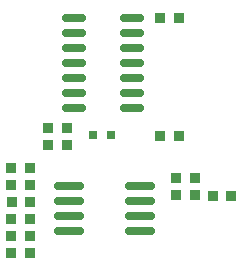
<source format=gbr>
G04*
G04 #@! TF.GenerationSoftware,Altium Limited,Altium Designer,23.10.1 (27)*
G04*
G04 Layer_Color=8421504*
%FSLAX44Y44*%
%MOMM*%
G71*
G04*
G04 #@! TF.SameCoordinates,F1356F94-EBF5-402A-8C13-2620F03D8000*
G04*
G04*
G04 #@! TF.FilePolarity,Positive*
G04*
G01*
G75*
%ADD12R,0.9500X0.9500*%
G04:AMPARAMS|DCode=13|XSize=2.5mm|YSize=0.65mm|CornerRadius=0.1625mm|HoleSize=0mm|Usage=FLASHONLY|Rotation=0.000|XOffset=0mm|YOffset=0mm|HoleType=Round|Shape=RoundedRectangle|*
%AMROUNDEDRECTD13*
21,1,2.5000,0.3250,0,0,0.0*
21,1,2.1750,0.6500,0,0,0.0*
1,1,0.3250,1.0875,-0.1625*
1,1,0.3250,-1.0875,-0.1625*
1,1,0.3250,-1.0875,0.1625*
1,1,0.3250,1.0875,0.1625*
%
%ADD13ROUNDEDRECTD13*%
G04:AMPARAMS|DCode=14|XSize=1.97mm|YSize=0.6mm|CornerRadius=0.15mm|HoleSize=0mm|Usage=FLASHONLY|Rotation=180.000|XOffset=0mm|YOffset=0mm|HoleType=Round|Shape=RoundedRectangle|*
%AMROUNDEDRECTD14*
21,1,1.9700,0.3000,0,0,180.0*
21,1,1.6700,0.6000,0,0,180.0*
1,1,0.3000,-0.8350,0.1500*
1,1,0.3000,0.8350,0.1500*
1,1,0.3000,0.8350,-0.1500*
1,1,0.3000,-0.8350,-0.1500*
%
%ADD14ROUNDEDRECTD14*%
%ADD15R,0.8000X0.8000*%
D12*
X-30564Y-169103D02*
D03*
X-46564D02*
D03*
X-46532Y-155009D02*
D03*
X-30531D02*
D03*
X48388Y-161459D02*
D03*
X64388D02*
D03*
X-61693Y-203179D02*
D03*
X-77693D02*
D03*
X92632Y-212473D02*
D03*
X108631D02*
D03*
X77888Y-212191D02*
D03*
X61888D02*
D03*
X77887Y-197613D02*
D03*
X61887D02*
D03*
X-61693Y-188731D02*
D03*
X-77693D02*
D03*
X-77568Y-217572D02*
D03*
X-61568D02*
D03*
X64388Y-61580D02*
D03*
X48388D02*
D03*
X-61693Y-232076D02*
D03*
X-77693D02*
D03*
X-61693Y-246524D02*
D03*
X-77693D02*
D03*
X-61693Y-260973D02*
D03*
X-77693D02*
D03*
D13*
X30971Y-204563D02*
D03*
Y-217263D02*
D03*
Y-229963D02*
D03*
Y-242663D02*
D03*
X-29029D02*
D03*
Y-229963D02*
D03*
Y-217263D02*
D03*
Y-204563D02*
D03*
D14*
X-24750Y-138100D02*
D03*
Y-125400D02*
D03*
Y-112700D02*
D03*
Y-100000D02*
D03*
Y-87300D02*
D03*
Y-74600D02*
D03*
Y-61900D02*
D03*
X24750D02*
D03*
Y-74600D02*
D03*
Y-87300D02*
D03*
Y-100000D02*
D03*
Y-112700D02*
D03*
Y-125400D02*
D03*
Y-138100D02*
D03*
D15*
X6426Y-161230D02*
D03*
X-8574D02*
D03*
M02*

</source>
